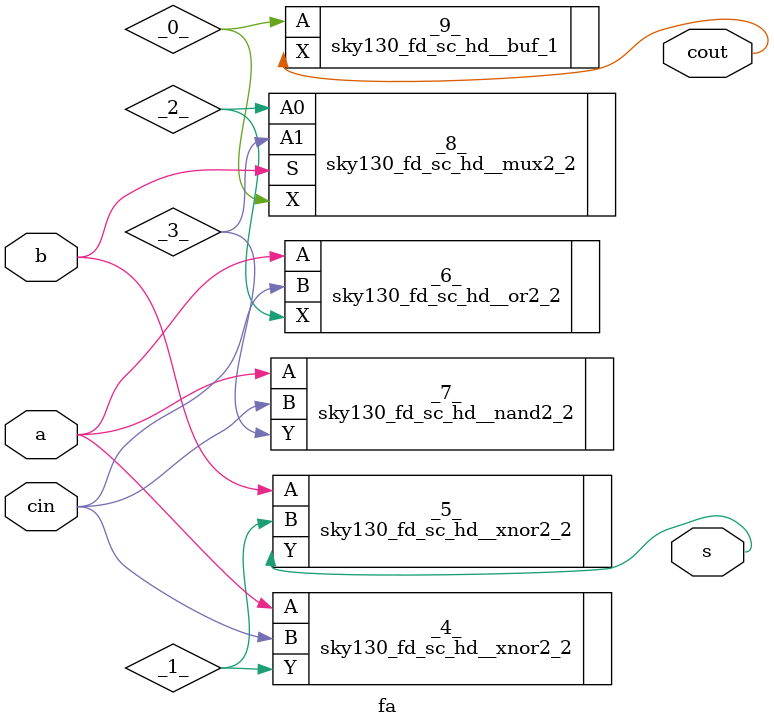
<source format=v>
/* Generated by Yosys 0.34 (git sha1 4a1b5599258, gcc 8.3.1 -fPIC -Os) */

module fa(a, b, cin, s, cout);
  wire _0_;
  wire _1_;
  wire _2_;
  wire _3_;
  input a;
  wire a;
  input b;
  wire b;
  input cin;
  wire cin;
  output cout;
  wire cout;
  output s;
  wire s;
  sky130_fd_sc_hd__xnor2_2 _4_ (
    .A(a),
    .B(cin),
    .Y(_1_)
  );
  sky130_fd_sc_hd__xnor2_2 _5_ (
    .A(b),
    .B(_1_),
    .Y(s)
  );
  sky130_fd_sc_hd__or2_2 _6_ (
    .A(a),
    .B(cin),
    .X(_2_)
  );
  sky130_fd_sc_hd__nand2_2 _7_ (
    .A(a),
    .B(cin),
    .Y(_3_)
  );
  sky130_fd_sc_hd__mux2_2 _8_ (
    .A0(_2_),
    .A1(_3_),
    .S(b),
    .X(_0_)
  );
  sky130_fd_sc_hd__buf_1 _9_ (
    .A(_0_),
    .X(cout)
  );
endmodule

</source>
